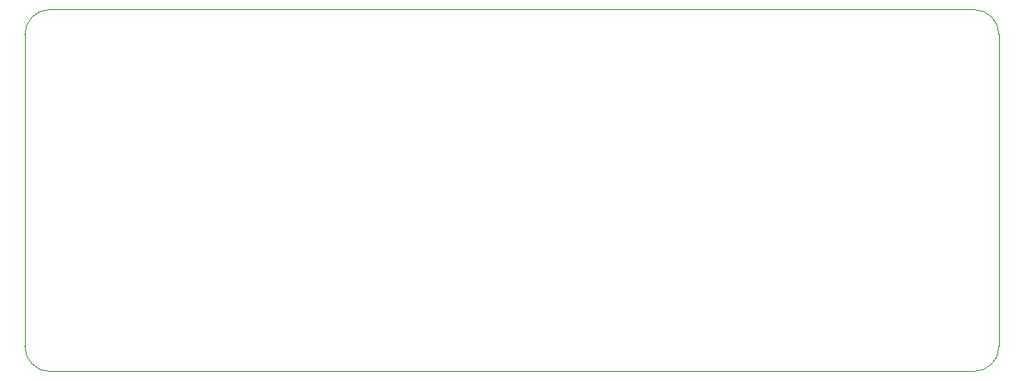
<source format=gm1>
%TF.GenerationSoftware,KiCad,Pcbnew,(6.0.5)*%
%TF.CreationDate,2023-05-13T15:18:51-04:00*%
%TF.ProjectId,SAP Mk2,53415020-4d6b-4322-9e6b-696361645f70,rev?*%
%TF.SameCoordinates,Original*%
%TF.FileFunction,Profile,NP*%
%FSLAX46Y46*%
G04 Gerber Fmt 4.6, Leading zero omitted, Abs format (unit mm)*
G04 Created by KiCad (PCBNEW (6.0.5)) date 2023-05-13 15:18:51*
%MOMM*%
%LPD*%
G01*
G04 APERTURE LIST*
%TA.AperFunction,Profile*%
%ADD10C,0.100000*%
%TD*%
G04 APERTURE END LIST*
D10*
X101600000Y-100965000D02*
X195580000Y-100965000D01*
X195580000Y-137795000D02*
X101600000Y-137795000D01*
X99060000Y-135255000D02*
X99060000Y-103505000D01*
X198120000Y-103505000D02*
G75*
G03*
X195580000Y-100965000I-2540000J0D01*
G01*
X101600000Y-100965000D02*
G75*
G03*
X99060000Y-103505000I0J-2540000D01*
G01*
X198120000Y-103505000D02*
X198120000Y-135255000D01*
X99060000Y-135255000D02*
G75*
G03*
X101600000Y-137795000I2540000J0D01*
G01*
X195580000Y-137795000D02*
G75*
G03*
X198120000Y-135255000I0J2540000D01*
G01*
M02*

</source>
